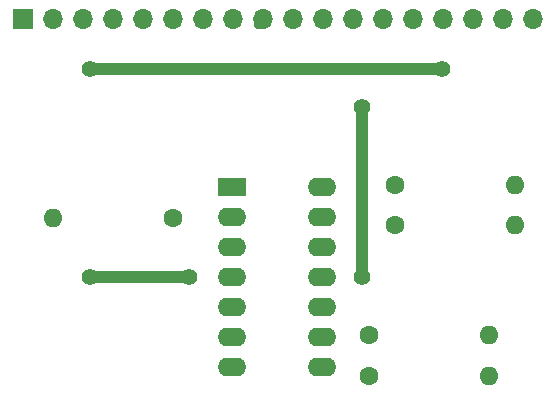
<source format=gbr>
G04 #@! TF.GenerationSoftware,KiCad,Pcbnew,8.0.0*
G04 #@! TF.CreationDate,2024-03-15T09:59:20+01:00*
G04 #@! TF.ProjectId,CMS_AmpliGBP,434d535f-416d-4706-9c69-4742502e6b69,rev?*
G04 #@! TF.SameCoordinates,Original*
G04 #@! TF.FileFunction,Copper,L1,Top*
G04 #@! TF.FilePolarity,Positive*
%FSLAX46Y46*%
G04 Gerber Fmt 4.6, Leading zero omitted, Abs format (unit mm)*
G04 Created by KiCad (PCBNEW 8.0.0) date 2024-03-15 09:59:20*
%MOMM*%
%LPD*%
G01*
G04 APERTURE LIST*
G04 #@! TA.AperFunction,ComponentPad*
%ADD10R,2.400000X1.600000*%
G04 #@! TD*
G04 #@! TA.AperFunction,ComponentPad*
%ADD11O,2.400000X1.600000*%
G04 #@! TD*
G04 #@! TA.AperFunction,ComponentPad*
%ADD12O,1.600000X1.600000*%
G04 #@! TD*
G04 #@! TA.AperFunction,ComponentPad*
%ADD13C,1.600000*%
G04 #@! TD*
G04 #@! TA.AperFunction,ComponentPad*
%ADD14R,1.700000X1.700000*%
G04 #@! TD*
G04 #@! TA.AperFunction,ComponentPad*
%ADD15O,1.700000X1.700000*%
G04 #@! TD*
G04 #@! TA.AperFunction,ViaPad*
%ADD16C,1.400000*%
G04 #@! TD*
G04 #@! TA.AperFunction,Conductor*
%ADD17C,1.000000*%
G04 #@! TD*
G04 #@! TA.AperFunction,Conductor*
%ADD18C,0.700000*%
G04 #@! TD*
G04 APERTURE END LIST*
D10*
X144020000Y-112020000D03*
D11*
X144020000Y-114560000D03*
X144020000Y-117100000D03*
X144020000Y-119640000D03*
X144020000Y-122180000D03*
X144020000Y-124720000D03*
X144020000Y-127260000D03*
X151640000Y-127260000D03*
X151640000Y-124720000D03*
X151640000Y-122180000D03*
X151640000Y-119640000D03*
X151640000Y-117100000D03*
X151640000Y-114560000D03*
X151640000Y-112020000D03*
D12*
X168000000Y-111800000D03*
D13*
X157840000Y-111800000D03*
X157840000Y-115200000D03*
D12*
X168000000Y-115200000D03*
D13*
X155640000Y-128000000D03*
D12*
X165800000Y-128000000D03*
D13*
X155640000Y-124550000D03*
D12*
X165800000Y-124550000D03*
D13*
X139000000Y-114600000D03*
D12*
X128840000Y-114600000D03*
D14*
X126365000Y-97790000D03*
D15*
X128905000Y-97790000D03*
X131445000Y-97790000D03*
X133985000Y-97790000D03*
X136525000Y-97790000D03*
X139065000Y-97790000D03*
X141605000Y-97790000D03*
X144145000Y-97790000D03*
X146685000Y-97790000D03*
X149225000Y-97790000D03*
X151765000Y-97790000D03*
X154305000Y-97790000D03*
X156845000Y-97790000D03*
X159385000Y-97790000D03*
X161925000Y-97790000D03*
X164465000Y-97790000D03*
X167005000Y-97790000D03*
X169545000Y-97790000D03*
D16*
X155000000Y-105200000D03*
X155000000Y-119600000D03*
X132000000Y-102000000D03*
X161800000Y-102000000D03*
X132000000Y-119600000D03*
X140360000Y-119640000D03*
D17*
X155000000Y-119600000D02*
X155000000Y-105200000D01*
X161800000Y-102000000D02*
X132000000Y-102000000D01*
X132040000Y-119640000D02*
X132000000Y-119600000D01*
X140360000Y-119640000D02*
X132040000Y-119640000D01*
D18*
X146202400Y-98272600D02*
X146685000Y-97790000D01*
M02*

</source>
